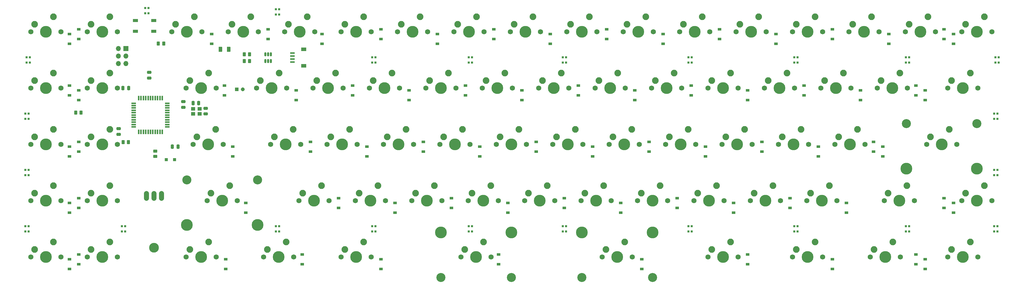
<source format=gbs>
%TF.GenerationSoftware,KiCad,Pcbnew,(6.0.0)*%
%TF.CreationDate,2022-08-07T21:57:51-07:00*%
%TF.ProjectId,IEE,4945452e-6b69-4636-9164-5f7063625858,rev?*%
%TF.SameCoordinates,Original*%
%TF.FileFunction,Soldermask,Bot*%
%TF.FilePolarity,Negative*%
%FSLAX46Y46*%
G04 Gerber Fmt 4.6, Leading zero omitted, Abs format (unit mm)*
G04 Created by KiCad (PCBNEW (6.0.0)) date 2022-08-07 21:57:51*
%MOMM*%
%LPD*%
G01*
G04 APERTURE LIST*
G04 Aperture macros list*
%AMRoundRect*
0 Rectangle with rounded corners*
0 $1 Rounding radius*
0 $2 $3 $4 $5 $6 $7 $8 $9 X,Y pos of 4 corners*
0 Add a 4 corners polygon primitive as box body*
4,1,4,$2,$3,$4,$5,$6,$7,$8,$9,$2,$3,0*
0 Add four circle primitives for the rounded corners*
1,1,$1+$1,$2,$3*
1,1,$1+$1,$4,$5*
1,1,$1+$1,$6,$7*
1,1,$1+$1,$8,$9*
0 Add four rect primitives between the rounded corners*
20,1,$1+$1,$2,$3,$4,$5,0*
20,1,$1+$1,$4,$5,$6,$7,0*
20,1,$1+$1,$6,$7,$8,$9,0*
20,1,$1+$1,$8,$9,$2,$3,0*%
G04 Aperture macros list end*
%ADD10C,1.308000*%
%ADD11R,1.308000X1.308000*%
%ADD12R,1.100000X1.100000*%
%ADD13C,1.750000*%
%ADD14C,3.987800*%
%ADD15C,2.250000*%
%ADD16RoundRect,0.250000X-0.450000X0.262500X-0.450000X-0.262500X0.450000X-0.262500X0.450000X0.262500X0*%
%ADD17O,1.676400X3.352800*%
%ADD18C,3.302000*%
%ADD19C,3.048000*%
%ADD20R,1.200000X0.900000*%
%ADD21RoundRect,0.250000X0.375000X0.625000X-0.375000X0.625000X-0.375000X-0.625000X0.375000X-0.625000X0*%
%ADD22R,0.700000X0.700000*%
%ADD23RoundRect,0.250000X-0.475000X0.250000X-0.475000X-0.250000X0.475000X-0.250000X0.475000X0.250000X0*%
%ADD24RoundRect,0.250000X-0.250000X-0.475000X0.250000X-0.475000X0.250000X0.475000X-0.250000X0.475000X0*%
%ADD25RoundRect,0.250000X0.262500X0.450000X-0.262500X0.450000X-0.262500X-0.450000X0.262500X-0.450000X0*%
%ADD26O,1.700000X1.700000*%
%ADD27R,1.700000X1.700000*%
%ADD28R,1.800000X1.200000*%
%ADD29R,1.550000X0.600000*%
%ADD30RoundRect,0.250000X0.475000X-0.250000X0.475000X0.250000X-0.475000X0.250000X-0.475000X-0.250000X0*%
%ADD31R,1.400000X1.200000*%
%ADD32RoundRect,0.250000X0.250000X0.475000X-0.250000X0.475000X-0.250000X-0.475000X0.250000X-0.475000X0*%
%ADD33R,1.800000X1.100000*%
%ADD34RoundRect,0.150000X0.150000X-0.512500X0.150000X0.512500X-0.150000X0.512500X-0.150000X-0.512500X0*%
%ADD35R,0.550000X1.500000*%
%ADD36R,1.500000X0.550000*%
%ADD37RoundRect,0.250000X-0.262500X-0.450000X0.262500X-0.450000X0.262500X0.450000X-0.262500X0.450000X0*%
G04 APERTURE END LIST*
D10*
%TO.C,J3*%
X66484375Y-19446875D03*
D11*
X64484375Y-19446875D03*
%TD*%
D12*
%TO.C,D75*%
X43468750Y-43259375D03*
X40668750Y-43259375D03*
%TD*%
D13*
%TO.C,MX13*%
X49688750Y-38100000D03*
X59848750Y-38100000D03*
D14*
X54768750Y-38100000D03*
D15*
X50958750Y-35560000D03*
X57308750Y-33020000D03*
%TD*%
D16*
%TO.C,R6*%
X36909375Y-40362500D03*
X36909375Y-42187500D03*
%TD*%
D17*
%TO.C,Q1*%
X33972500Y-55562500D03*
X36512500Y-55562500D03*
X39052500Y-55562500D03*
D18*
X36512500Y-73088500D03*
%TD*%
D13*
%TO.C,MX47*%
X209867500Y-57150000D03*
D14*
X204787500Y-57150000D03*
D13*
X199707500Y-57150000D03*
D15*
X200977500Y-54610000D03*
X207327500Y-52070000D03*
%TD*%
D14*
%TO.C,MX40*%
X171450000Y-19050000D03*
D13*
X166370000Y-19050000D03*
X176530000Y-19050000D03*
D15*
X167640000Y-16510000D03*
X173990000Y-13970000D03*
%TD*%
D13*
%TO.C,MX23*%
X105092500Y-38100000D03*
D14*
X100012500Y-38100000D03*
D13*
X94932500Y-38100000D03*
D15*
X96202500Y-35560000D03*
X102552500Y-33020000D03*
%TD*%
D13*
%TO.C,MX32*%
X128270000Y-19050000D03*
X138430000Y-19050000D03*
D14*
X133350000Y-19050000D03*
D15*
X129540000Y-16510000D03*
X135890000Y-13970000D03*
%TD*%
D13*
%TO.C,MX64*%
X261620000Y-19050000D03*
D14*
X266700000Y-19050000D03*
D13*
X271780000Y-19050000D03*
D15*
X262890000Y-16510000D03*
X269240000Y-13970000D03*
%TD*%
D13*
%TO.C,MX9*%
X24130000Y-57150000D03*
D14*
X19050000Y-57150000D03*
D13*
X13970000Y-57150000D03*
D15*
X15240000Y-54610000D03*
X21590000Y-52070000D03*
%TD*%
D19*
%TO.C,MX14*%
X71437500Y-50165000D03*
D13*
X54451250Y-57150000D03*
D14*
X71437500Y-65405000D03*
X59531250Y-57150000D03*
D19*
X47625000Y-50165000D03*
D14*
X47625000Y-65405000D03*
D13*
X64611250Y-57150000D03*
D15*
X55721250Y-54610000D03*
X62071250Y-52070000D03*
%TD*%
D13*
%TO.C,MX48*%
X194945000Y0D03*
X205105000Y0D03*
D14*
X200025000Y0D03*
D15*
X196215000Y2540000D03*
X202565000Y5080000D03*
%TD*%
D13*
%TO.C,MX72*%
X290195000Y0D03*
X300355000Y0D03*
D14*
X295275000Y0D03*
D15*
X291465000Y2540000D03*
X297815000Y5080000D03*
%TD*%
D13*
%TO.C,MX42*%
X190817500Y-57150000D03*
X180657500Y-57150000D03*
D14*
X185737500Y-57150000D03*
D15*
X181927500Y-54610000D03*
X188277500Y-52070000D03*
%TD*%
D13*
%TO.C,MX44*%
X175895000Y0D03*
D14*
X180975000Y0D03*
D13*
X186055000Y0D03*
D15*
X177165000Y2540000D03*
X183515000Y5080000D03*
%TD*%
D14*
%TO.C,MX73*%
X309562500Y-19050000D03*
D13*
X314642500Y-19050000D03*
X304482500Y-19050000D03*
D15*
X305752500Y-16510000D03*
X312102500Y-13970000D03*
%TD*%
D13*
%TO.C,MX1*%
X5080000Y0D03*
X-5080000Y0D03*
D14*
X0Y0D03*
D15*
X-3810000Y2540000D03*
X2540000Y5080000D03*
%TD*%
D13*
%TO.C,MX17*%
X81280000Y-19050000D03*
D14*
X76200000Y-19050000D03*
D13*
X71120000Y-19050000D03*
D15*
X72390000Y-16510000D03*
X78740000Y-13970000D03*
%TD*%
D13*
%TO.C,MX21*%
X80645000Y0D03*
X90805000Y0D03*
D14*
X85725000Y0D03*
D15*
X81915000Y2540000D03*
X88265000Y5080000D03*
%TD*%
D13*
%TO.C,MX57*%
X252095000Y-76200000D03*
D14*
X257175000Y-76200000D03*
D13*
X262255000Y-76200000D03*
D15*
X253365000Y-73660000D03*
X259715000Y-71120000D03*
%TD*%
D13*
%TO.C,MX60*%
X247332500Y-38100000D03*
X257492500Y-38100000D03*
D14*
X252412500Y-38100000D03*
D15*
X248602500Y-35560000D03*
X254952500Y-33020000D03*
%TD*%
D13*
%TO.C,MX15*%
X47307500Y-76200000D03*
D14*
X52387500Y-76200000D03*
D13*
X57467500Y-76200000D03*
D15*
X48577500Y-73660000D03*
X54927500Y-71120000D03*
%TD*%
D13*
%TO.C,MX16*%
X71755000Y0D03*
X61595000Y0D03*
D14*
X66675000Y0D03*
D15*
X62865000Y2540000D03*
X69215000Y5080000D03*
%TD*%
D14*
%TO.C,MX65*%
X271462500Y-38100000D03*
D13*
X276542500Y-38100000D03*
X266382500Y-38100000D03*
D15*
X267652500Y-35560000D03*
X274002500Y-33020000D03*
%TD*%
D13*
%TO.C,MX6*%
X13970000Y0D03*
D14*
X19050000Y0D03*
D13*
X24130000Y0D03*
D15*
X15240000Y2540000D03*
X21590000Y5080000D03*
%TD*%
D19*
%TO.C,MX43*%
X180975000Y-83185000D03*
D13*
X197961250Y-76200000D03*
X187801250Y-76200000D03*
D14*
X180975000Y-67945000D03*
D19*
X204787500Y-83185000D03*
D14*
X192881250Y-76200000D03*
X204787500Y-67945000D03*
D15*
X189071250Y-73660000D03*
X195421250Y-71120000D03*
%TD*%
D14*
%TO.C,MX52*%
X228600000Y-76200000D03*
D13*
X233680000Y-76200000D03*
X223520000Y-76200000D03*
D15*
X224790000Y-73660000D03*
X231140000Y-71120000D03*
%TD*%
D13*
%TO.C,MX8*%
X24130000Y-38100000D03*
D14*
X19050000Y-38100000D03*
D13*
X13970000Y-38100000D03*
D15*
X15240000Y-35560000D03*
X21590000Y-33020000D03*
%TD*%
D14*
%TO.C,MX4*%
X0Y-57150000D03*
D13*
X-5080000Y-57150000D03*
X5080000Y-57150000D03*
D15*
X-3810000Y-54610000D03*
X2540000Y-52070000D03*
%TD*%
D13*
%TO.C,MX30*%
X140176250Y-76200000D03*
D19*
X133350000Y-83185000D03*
X157162500Y-83185000D03*
D14*
X133350000Y-67945000D03*
X157162500Y-67945000D03*
D13*
X150336250Y-76200000D03*
D14*
X145256250Y-76200000D03*
D15*
X141446250Y-73660000D03*
X147796250Y-71120000D03*
%TD*%
D13*
%TO.C,MX53*%
X213995000Y0D03*
X224155000Y0D03*
D14*
X219075000Y0D03*
D15*
X215265000Y2540000D03*
X221615000Y5080000D03*
%TD*%
D13*
%TO.C,MX11*%
X52705000Y0D03*
D14*
X47625000Y0D03*
D13*
X42545000Y0D03*
D15*
X43815000Y2540000D03*
X50165000Y5080000D03*
%TD*%
D13*
%TO.C,MX41*%
X171132500Y-38100000D03*
D14*
X176212500Y-38100000D03*
D13*
X181292500Y-38100000D03*
D15*
X172402500Y-35560000D03*
X178752500Y-33020000D03*
%TD*%
D14*
%TO.C,MX5*%
X0Y-76200000D03*
D13*
X5080000Y-76200000D03*
X-5080000Y-76200000D03*
D15*
X-3810000Y-73660000D03*
X2540000Y-71120000D03*
%TD*%
D14*
%TO.C,MX68*%
X285750000Y-19050000D03*
D13*
X280670000Y-19050000D03*
X290830000Y-19050000D03*
D15*
X281940000Y-16510000D03*
X288290000Y-13970000D03*
%TD*%
D14*
%TO.C,MX37*%
X157162500Y-38100000D03*
D13*
X162242500Y-38100000D03*
X152082500Y-38100000D03*
D15*
X153352500Y-35560000D03*
X159702500Y-33020000D03*
%TD*%
D14*
%TO.C,MX25*%
X104775000Y-76200000D03*
D13*
X99695000Y-76200000D03*
X109855000Y-76200000D03*
D15*
X100965000Y-73660000D03*
X107315000Y-71120000D03*
%TD*%
D14*
%TO.C,MX7*%
X19050000Y-19050000D03*
D13*
X13970000Y-19050000D03*
X24130000Y-19050000D03*
D15*
X15240000Y-16510000D03*
X21590000Y-13970000D03*
%TD*%
D13*
%TO.C,MX33*%
X133032500Y-38100000D03*
X143192500Y-38100000D03*
D14*
X138112500Y-38100000D03*
D15*
X134302500Y-35560000D03*
X140652500Y-33020000D03*
%TD*%
D13*
%TO.C,MX35*%
X147955000Y0D03*
D14*
X142875000Y0D03*
D13*
X137795000Y0D03*
D15*
X139065000Y2540000D03*
X145415000Y5080000D03*
%TD*%
D13*
%TO.C,MX22*%
X100330000Y-19050000D03*
X90170000Y-19050000D03*
D14*
X95250000Y-19050000D03*
D15*
X91440000Y-16510000D03*
X97790000Y-13970000D03*
%TD*%
D13*
%TO.C,MX66*%
X283051250Y-57150000D03*
D14*
X288131250Y-57150000D03*
D13*
X293211250Y-57150000D03*
D15*
X284321250Y-54610000D03*
X290671250Y-52070000D03*
%TD*%
D13*
%TO.C,MX58*%
X233045000Y0D03*
D14*
X238125000Y0D03*
D13*
X243205000Y0D03*
D15*
X234315000Y2540000D03*
X240665000Y5080000D03*
%TD*%
D14*
%TO.C,MX63*%
X257175000Y0D03*
D13*
X252095000Y0D03*
X262255000Y0D03*
D15*
X253365000Y2540000D03*
X259715000Y5080000D03*
%TD*%
D14*
%TO.C,MX71*%
X309562500Y-76200000D03*
D13*
X314642500Y-76200000D03*
X304482500Y-76200000D03*
D15*
X305752500Y-73660000D03*
X312102500Y-71120000D03*
%TD*%
D13*
%TO.C,MX34*%
X152717500Y-57150000D03*
X142557500Y-57150000D03*
D14*
X147637500Y-57150000D03*
D15*
X143827500Y-54610000D03*
X150177500Y-52070000D03*
%TD*%
D13*
%TO.C,MX18*%
X75882500Y-38100000D03*
X86042500Y-38100000D03*
D14*
X80962500Y-38100000D03*
D15*
X77152500Y-35560000D03*
X83502500Y-33020000D03*
%TD*%
D14*
%TO.C,MX55*%
X233362500Y-38100000D03*
D13*
X228282500Y-38100000D03*
X238442500Y-38100000D03*
D15*
X229552500Y-35560000D03*
X235902500Y-33020000D03*
%TD*%
D14*
%TO.C,MX28*%
X119062500Y-38100000D03*
D13*
X113982500Y-38100000D03*
X124142500Y-38100000D03*
D15*
X115252500Y-35560000D03*
X121602500Y-33020000D03*
%TD*%
D14*
%TO.C,MX46*%
X195262500Y-38100000D03*
D13*
X190182500Y-38100000D03*
X200342500Y-38100000D03*
D15*
X191452500Y-35560000D03*
X197802500Y-33020000D03*
%TD*%
D14*
%TO.C,MX36*%
X152400000Y-19050000D03*
D13*
X157480000Y-19050000D03*
X147320000Y-19050000D03*
D15*
X148590000Y-16510000D03*
X154940000Y-13970000D03*
%TD*%
D13*
%TO.C,MX54*%
X233680000Y-19050000D03*
D14*
X228600000Y-19050000D03*
D13*
X223520000Y-19050000D03*
D15*
X224790000Y-16510000D03*
X231140000Y-13970000D03*
%TD*%
D13*
%TO.C,MX56*%
X247967500Y-57150000D03*
D14*
X242887500Y-57150000D03*
D13*
X237807500Y-57150000D03*
D15*
X239077500Y-54610000D03*
X245427500Y-52070000D03*
%TD*%
D13*
%TO.C,MX61*%
X267017500Y-57150000D03*
D14*
X261937500Y-57150000D03*
D13*
X256857500Y-57150000D03*
D15*
X258127500Y-54610000D03*
X264477500Y-52070000D03*
%TD*%
D13*
%TO.C,MX3*%
X-5080000Y-38100000D03*
D14*
X0Y-38100000D03*
D13*
X5080000Y-38100000D03*
D15*
X-3810000Y-35560000D03*
X2540000Y-33020000D03*
%TD*%
D14*
%TO.C,MX62*%
X283368750Y-76200000D03*
D13*
X278288750Y-76200000D03*
X288448750Y-76200000D03*
D15*
X279558750Y-73660000D03*
X285908750Y-71120000D03*
%TD*%
D14*
%TO.C,MX50*%
X214312500Y-38100000D03*
D13*
X209232500Y-38100000D03*
X219392500Y-38100000D03*
D15*
X210502500Y-35560000D03*
X216852500Y-33020000D03*
%TD*%
D13*
%TO.C,MX74*%
X309245000Y0D03*
X319405000Y0D03*
D14*
X314325000Y0D03*
D15*
X310515000Y2540000D03*
X316865000Y5080000D03*
%TD*%
D14*
%TO.C,MX26*%
X104775000Y0D03*
D13*
X99695000Y0D03*
X109855000Y0D03*
D15*
X100965000Y2540000D03*
X107315000Y5080000D03*
%TD*%
D13*
%TO.C,MX59*%
X252730000Y-19050000D03*
D14*
X247650000Y-19050000D03*
D13*
X242570000Y-19050000D03*
D15*
X243840000Y-16510000D03*
X250190000Y-13970000D03*
%TD*%
D13*
%TO.C,MX24*%
X104457500Y-57150000D03*
D14*
X109537500Y-57150000D03*
D13*
X114617500Y-57150000D03*
D15*
X105727500Y-54610000D03*
X112077500Y-52070000D03*
%TD*%
D13*
%TO.C,MX45*%
X185420000Y-19050000D03*
X195580000Y-19050000D03*
D14*
X190500000Y-19050000D03*
D15*
X186690000Y-16510000D03*
X193040000Y-13970000D03*
%TD*%
D14*
%TO.C,MX69*%
X314325000Y-46355000D03*
X302418750Y-38100000D03*
X290512500Y-46355000D03*
D19*
X290512500Y-31115000D03*
D13*
X297338750Y-38100000D03*
D19*
X314325000Y-31115000D03*
D13*
X307498750Y-38100000D03*
D15*
X298608750Y-35560000D03*
X304958750Y-33020000D03*
%TD*%
D14*
%TO.C,MX70*%
X314325000Y-57150000D03*
D13*
X319405000Y-57150000D03*
X309245000Y-57150000D03*
D15*
X310515000Y-54610000D03*
X316865000Y-52070000D03*
%TD*%
D14*
%TO.C,MX29*%
X128587500Y-57150000D03*
D13*
X123507500Y-57150000D03*
X133667500Y-57150000D03*
D15*
X124777500Y-54610000D03*
X131127500Y-52070000D03*
%TD*%
D13*
%TO.C,MX12*%
X57467500Y-19050000D03*
X47307500Y-19050000D03*
D14*
X52387500Y-19050000D03*
D15*
X48577500Y-16510000D03*
X54927500Y-13970000D03*
%TD*%
D14*
%TO.C,MX38*%
X166687500Y-57150000D03*
D13*
X171767500Y-57150000D03*
X161607500Y-57150000D03*
D15*
X162877500Y-54610000D03*
X169227500Y-52070000D03*
%TD*%
D13*
%TO.C,MX2*%
X-5080000Y-19050000D03*
X5080000Y-19050000D03*
D14*
X0Y-19050000D03*
D15*
X-3810000Y-16510000D03*
X2540000Y-13970000D03*
%TD*%
D14*
%TO.C,MX10*%
X19050000Y-76200000D03*
D13*
X13970000Y-76200000D03*
X24130000Y-76200000D03*
D15*
X15240000Y-73660000D03*
X21590000Y-71120000D03*
%TD*%
D14*
%TO.C,MX31*%
X123825000Y0D03*
D13*
X118745000Y0D03*
X128905000Y0D03*
D15*
X120015000Y2540000D03*
X126365000Y5080000D03*
%TD*%
D13*
%TO.C,MX51*%
X218757500Y-57150000D03*
D14*
X223837500Y-57150000D03*
D13*
X228917500Y-57150000D03*
D15*
X220027500Y-54610000D03*
X226377500Y-52070000D03*
%TD*%
D13*
%TO.C,MX19*%
X95567500Y-57150000D03*
X85407500Y-57150000D03*
D14*
X90487500Y-57150000D03*
D15*
X86677500Y-54610000D03*
X93027500Y-52070000D03*
%TD*%
D14*
%TO.C,MX27*%
X114300000Y-19050000D03*
D13*
X109220000Y-19050000D03*
X119380000Y-19050000D03*
D15*
X110490000Y-16510000D03*
X116840000Y-13970000D03*
%TD*%
D13*
%TO.C,MX39*%
X167005000Y0D03*
D14*
X161925000Y0D03*
D13*
X156845000Y0D03*
D15*
X158115000Y2540000D03*
X164465000Y5080000D03*
%TD*%
D14*
%TO.C,MX67*%
X276225000Y0D03*
D13*
X281305000Y0D03*
X271145000Y0D03*
D15*
X272415000Y2540000D03*
X278765000Y5080000D03*
%TD*%
D13*
%TO.C,MX49*%
X204470000Y-19050000D03*
D14*
X209550000Y-19050000D03*
D13*
X214630000Y-19050000D03*
D15*
X205740000Y-16510000D03*
X212090000Y-13970000D03*
%TD*%
D14*
%TO.C,MX20*%
X78581250Y-76200000D03*
D13*
X73501250Y-76200000D03*
X83661250Y-76200000D03*
D15*
X74771250Y-73660000D03*
X81121250Y-71120000D03*
%TD*%
D20*
%TO.C,D54*%
X236934375Y-23081250D03*
X236934375Y-19781250D03*
%TD*%
D21*
%TO.C,F1*%
X61725000Y-5953125D03*
X58925000Y-5953125D03*
%TD*%
D22*
%TO.C,U25*%
X290359375Y-8610000D03*
X291459375Y-8610000D03*
X291459375Y-10440000D03*
X290359375Y-10440000D03*
%TD*%
%TO.C,U23*%
X33581250Y8058750D03*
X34681250Y8058750D03*
X34681250Y6228750D03*
X33581250Y6228750D03*
%TD*%
D20*
%TO.C,D10*%
X11112500Y-78643750D03*
X11112500Y-75343750D03*
%TD*%
D22*
%TO.C,U11*%
X174471875Y-8610000D03*
X175571875Y-8610000D03*
X175571875Y-10440000D03*
X174471875Y-10440000D03*
%TD*%
D20*
%TO.C,D28*%
X127396875Y-40543750D03*
X127396875Y-37243750D03*
%TD*%
%TO.C,D61*%
X270271875Y-61181250D03*
X270271875Y-57881250D03*
%TD*%
D23*
%TO.C,C1*%
X53975000Y-25881250D03*
X53975000Y-27781250D03*
%TD*%
D20*
%TO.C,D48*%
X208359375Y-4031250D03*
X208359375Y-731250D03*
%TD*%
D22*
%TO.C,U8*%
X216937500Y-8610000D03*
X218037500Y-8610000D03*
X218037500Y-10440000D03*
X216937500Y-10440000D03*
%TD*%
%TO.C,U12*%
X25643750Y-65760000D03*
X26743750Y-65760000D03*
X26743750Y-67590000D03*
X25643750Y-67590000D03*
%TD*%
D20*
%TO.C,D71*%
X296862500Y-80231250D03*
X296862500Y-76931250D03*
%TD*%
D22*
%TO.C,U14*%
X142721875Y-8610000D03*
X143821875Y-8610000D03*
X143821875Y-10440000D03*
X142721875Y-10440000D03*
%TD*%
D20*
%TO.C,D11*%
X55959375Y-4031250D03*
X55959375Y-731250D03*
%TD*%
%TO.C,D35*%
X151209375Y-2443750D03*
X151209375Y856250D03*
%TD*%
%TO.C,D74*%
X306387500Y-4031250D03*
X306387500Y-731250D03*
%TD*%
%TO.C,D58*%
X246459375Y-4031250D03*
X246459375Y-731250D03*
%TD*%
%TO.C,D25*%
X113109375Y-80231250D03*
X113109375Y-76931250D03*
%TD*%
%TO.C,D60*%
X260746875Y-42131250D03*
X260746875Y-38831250D03*
%TD*%
%TO.C,D59*%
X255984375Y-21493750D03*
X255984375Y-18193750D03*
%TD*%
%TO.C,D14*%
X67468750Y-61181250D03*
X67468750Y-57881250D03*
%TD*%
%TO.C,D33*%
X146446875Y-42131250D03*
X146446875Y-38831250D03*
%TD*%
%TO.C,D13*%
X63103125Y-42131250D03*
X63103125Y-38831250D03*
%TD*%
D24*
%TO.C,C5*%
X42706250Y-38893750D03*
X44606250Y-38893750D03*
%TD*%
D20*
%TO.C,D70*%
X306387500Y-61181250D03*
X306387500Y-57881250D03*
%TD*%
D25*
%TO.C,R4*%
X27900000Y-37306250D03*
X26075000Y-37306250D03*
%TD*%
D20*
%TO.C,D1*%
X7937500Y-4031250D03*
X7937500Y-731250D03*
%TD*%
%TO.C,D3*%
X7937500Y-42131250D03*
X7937500Y-38831250D03*
%TD*%
%TO.C,D41*%
X184546875Y-42131250D03*
X184546875Y-38831250D03*
%TD*%
%TO.C,D37*%
X165496875Y-40543750D03*
X165496875Y-37243750D03*
%TD*%
D22*
%TO.C,U6*%
X-6900000Y-46710000D03*
X-5800000Y-46710000D03*
X-5800000Y-48540000D03*
X-6900000Y-48540000D03*
%TD*%
%TO.C,U13*%
X320125000Y-65760000D03*
X321225000Y-65760000D03*
X321225000Y-67590000D03*
X320125000Y-67590000D03*
%TD*%
D20*
%TO.C,D2*%
X7937500Y-21493750D03*
X7937500Y-18193750D03*
%TD*%
%TO.C,D6*%
X11112500Y-2443750D03*
X11112500Y856250D03*
%TD*%
%TO.C,D36*%
X160734375Y-23081250D03*
X160734375Y-19781250D03*
%TD*%
%TO.C,D65*%
X279400000Y-40543750D03*
X279400000Y-37243750D03*
%TD*%
%TO.C,D8*%
X11112500Y-40543750D03*
X11112500Y-37243750D03*
%TD*%
%TO.C,D45*%
X198834375Y-23081250D03*
X198834375Y-19781250D03*
%TD*%
D22*
%TO.C,U3*%
X-6900000Y-27660000D03*
X-5800000Y-27660000D03*
X-5800000Y-29490000D03*
X-6900000Y-29490000D03*
%TD*%
D20*
%TO.C,D18*%
X89296875Y-40543750D03*
X89296875Y-37243750D03*
%TD*%
D26*
%TO.C,J2*%
X24447500Y-10715625D03*
X26987500Y-10715625D03*
X24447500Y-8175625D03*
X26987500Y-8175625D03*
X24447500Y-5635625D03*
D27*
X26987500Y-5635625D03*
%TD*%
D20*
%TO.C,D16*%
X75009375Y-2443750D03*
X75009375Y856250D03*
%TD*%
D28*
%TO.C,J1*%
X87078125Y-11531250D03*
X87078125Y-5931250D03*
D29*
X83203125Y-7231250D03*
X83203125Y-8231250D03*
X83203125Y-9231250D03*
X83203125Y-10231250D03*
%TD*%
D20*
%TO.C,D31*%
X132159375Y-4031250D03*
X132159375Y-731250D03*
%TD*%
%TO.C,D26*%
X113109375Y-2443750D03*
X113109375Y856250D03*
%TD*%
%TO.C,D20*%
X86518750Y-78643750D03*
X86518750Y-75343750D03*
%TD*%
%TO.C,D69*%
X282575000Y-42131250D03*
X282575000Y-38831250D03*
%TD*%
D22*
%TO.C,U18*%
X110178125Y-65760000D03*
X111278125Y-65760000D03*
X111278125Y-67590000D03*
X110178125Y-67590000D03*
%TD*%
D23*
%TO.C,C6*%
X46434375Y-23656250D03*
X46434375Y-25556250D03*
%TD*%
D22*
%TO.C,U4*%
X216937500Y-65760000D03*
X218037500Y-65760000D03*
X218037500Y-67590000D03*
X216937500Y-67590000D03*
%TD*%
%TO.C,U9*%
X-6900000Y-65760000D03*
X-5800000Y-65760000D03*
X-5800000Y-67590000D03*
X-6900000Y-67590000D03*
%TD*%
%TO.C,U22*%
X320521875Y-8610000D03*
X321621875Y-8610000D03*
X321621875Y-10440000D03*
X320521875Y-10440000D03*
%TD*%
D20*
%TO.C,D44*%
X189309375Y-2443750D03*
X189309375Y856250D03*
%TD*%
%TO.C,D15*%
X60721875Y-80231250D03*
X60721875Y-76931250D03*
%TD*%
%TO.C,D53*%
X227409375Y-2443750D03*
X227409375Y856250D03*
%TD*%
D30*
%TO.C,C3*%
X24606250Y-34684375D03*
X24606250Y-32784375D03*
%TD*%
D20*
%TO.C,D51*%
X232171875Y-61181250D03*
X232171875Y-57881250D03*
%TD*%
%TO.C,D24*%
X117871875Y-61181250D03*
X117871875Y-57881250D03*
%TD*%
%TO.C,D30*%
X152796875Y-78643750D03*
X152796875Y-75343750D03*
%TD*%
%TO.C,D49*%
X217884375Y-21493750D03*
X217884375Y-18193750D03*
%TD*%
D31*
%TO.C,Y1*%
X51900000Y-27781250D03*
X49700000Y-27781250D03*
X49700000Y-26081250D03*
X51900000Y-26081250D03*
%TD*%
D20*
%TO.C,D62*%
X293687500Y-78643750D03*
X293687500Y-75343750D03*
%TD*%
D22*
%TO.C,U26*%
X-6503125Y-8610000D03*
X-5403125Y-8610000D03*
X-5403125Y-10440000D03*
X-6503125Y-10440000D03*
%TD*%
D20*
%TO.C,D32*%
X141684375Y-21493750D03*
X141684375Y-18193750D03*
%TD*%
%TO.C,D22*%
X103584375Y-21493750D03*
X103584375Y-18193750D03*
%TD*%
D22*
%TO.C,U19*%
X320125000Y-27660000D03*
X321225000Y-27660000D03*
X321225000Y-29490000D03*
X320125000Y-29490000D03*
%TD*%
D20*
%TO.C,D57*%
X265509375Y-80231250D03*
X265509375Y-76931250D03*
%TD*%
%TO.C,D23*%
X108346875Y-42131250D03*
X108346875Y-38831250D03*
%TD*%
%TO.C,D63*%
X265509375Y-2443750D03*
X265509375Y856250D03*
%TD*%
%TO.C,D55*%
X241696875Y-40543750D03*
X241696875Y-37243750D03*
%TD*%
%TO.C,D17*%
X84534375Y-23081250D03*
X84534375Y-19781250D03*
%TD*%
%TO.C,D68*%
X293687500Y-21493750D03*
X293687500Y-18193750D03*
%TD*%
%TO.C,D38*%
X175021875Y-59593750D03*
X175021875Y-56293750D03*
%TD*%
D23*
%TO.C,C4*%
X34925000Y-13734375D03*
X34925000Y-15634375D03*
%TD*%
D20*
%TO.C,D7*%
X11112500Y-23081250D03*
X11112500Y-19781250D03*
%TD*%
%TO.C,D40*%
X179784375Y-21493750D03*
X179784375Y-18193750D03*
%TD*%
%TO.C,D29*%
X136921875Y-59593750D03*
X136921875Y-56293750D03*
%TD*%
%TO.C,D12*%
X60325000Y-21493750D03*
X60325000Y-18193750D03*
%TD*%
D22*
%TO.C,U15*%
X77634375Y-65760000D03*
X78734375Y-65760000D03*
X78734375Y-67590000D03*
X77634375Y-67590000D03*
%TD*%
D20*
%TO.C,D66*%
X303212500Y-59593750D03*
X303212500Y-56293750D03*
%TD*%
%TO.C,D27*%
X122634375Y-23081250D03*
X122634375Y-19781250D03*
%TD*%
D32*
%TO.C,C7*%
X27937500Y-19050000D03*
X26037500Y-19050000D03*
%TD*%
D25*
%TO.C,R5*%
X11906250Y-27378125D03*
X10081250Y-27378125D03*
%TD*%
D20*
%TO.C,D72*%
X303212500Y-2443750D03*
X303212500Y856250D03*
%TD*%
D22*
%TO.C,U17*%
X110178125Y-8610000D03*
X111278125Y-8610000D03*
X111278125Y-10440000D03*
X110178125Y-10440000D03*
%TD*%
%TO.C,U24*%
X174471875Y-65760000D03*
X175571875Y-65760000D03*
X175571875Y-67590000D03*
X174471875Y-67590000D03*
%TD*%
D20*
%TO.C,D47*%
X213121875Y-59593750D03*
X213121875Y-56293750D03*
%TD*%
%TO.C,D5*%
X7937500Y-80231250D03*
X7937500Y-76931250D03*
%TD*%
D22*
%TO.C,U20*%
X77634375Y7661875D03*
X78734375Y7661875D03*
X78734375Y5831875D03*
X77634375Y5831875D03*
%TD*%
%TO.C,U16*%
X320125000Y-46710000D03*
X321225000Y-46710000D03*
X321225000Y-48540000D03*
X320125000Y-48540000D03*
%TD*%
D33*
%TO.C,SW1*%
X30237500Y134375D03*
X36437500Y3834375D03*
X30237500Y3834375D03*
X36437500Y134375D03*
%TD*%
D20*
%TO.C,D4*%
X7937500Y-61181250D03*
X7937500Y-57881250D03*
%TD*%
%TO.C,D64*%
X275034375Y-23081250D03*
X275034375Y-19781250D03*
%TD*%
%TO.C,D39*%
X170259375Y-4031250D03*
X170259375Y-731250D03*
%TD*%
D22*
%TO.C,U7*%
X252656250Y-65760000D03*
X253756250Y-65760000D03*
X253756250Y-67590000D03*
X252656250Y-67590000D03*
%TD*%
D20*
%TO.C,D9*%
X11112500Y-59593750D03*
X11112500Y-56293750D03*
%TD*%
D32*
%TO.C,C2*%
X51600000Y-24153125D03*
X49700000Y-24153125D03*
%TD*%
D20*
%TO.C,D42*%
X194071875Y-61181250D03*
X194071875Y-57881250D03*
%TD*%
D22*
%TO.C,U21*%
X142721875Y-65760000D03*
X143821875Y-65760000D03*
X143821875Y-67590000D03*
X142721875Y-67590000D03*
%TD*%
D20*
%TO.C,D56*%
X251221875Y-59593750D03*
X251221875Y-56293750D03*
%TD*%
%TO.C,D73*%
X296862500Y-23081250D03*
X296862500Y-19781250D03*
%TD*%
%TO.C,D43*%
X201215625Y-80231250D03*
X201215625Y-76931250D03*
%TD*%
%TO.C,D46*%
X203596875Y-40543750D03*
X203596875Y-37243750D03*
%TD*%
%TO.C,D67*%
X284559375Y-4031250D03*
X284559375Y-731250D03*
%TD*%
D25*
%TO.C,R1*%
X68778125Y-9868750D03*
X66953125Y-9868750D03*
%TD*%
D22*
%TO.C,U5*%
X252656250Y-8610000D03*
X253756250Y-8610000D03*
X253756250Y-10440000D03*
X252656250Y-10440000D03*
%TD*%
D25*
%TO.C,R2*%
X68778125Y-7593750D03*
X66953125Y-7593750D03*
%TD*%
D20*
%TO.C,D50*%
X222646875Y-42131250D03*
X222646875Y-38831250D03*
%TD*%
%TO.C,D34*%
X155971875Y-61181250D03*
X155971875Y-57881250D03*
%TD*%
%TO.C,D21*%
X93265625Y-4031250D03*
X93265625Y-731250D03*
%TD*%
D34*
%TO.C,U2*%
X75959375Y-9868750D03*
X75009375Y-9868750D03*
X74059375Y-9868750D03*
X74059375Y-7593750D03*
X75009375Y-7593750D03*
X75959375Y-7593750D03*
%TD*%
D35*
%TO.C,U1*%
X31321875Y-22478125D03*
X32121875Y-22478125D03*
X32921875Y-22478125D03*
X33721875Y-22478125D03*
X34521875Y-22478125D03*
X35321875Y-22478125D03*
X36121875Y-22478125D03*
X36921875Y-22478125D03*
X37721875Y-22478125D03*
X38521875Y-22478125D03*
X39321875Y-22478125D03*
D36*
X41021875Y-24178125D03*
X41021875Y-24978125D03*
X41021875Y-25778125D03*
X41021875Y-26578125D03*
X41021875Y-27378125D03*
X41021875Y-28178125D03*
X41021875Y-28978125D03*
X41021875Y-29778125D03*
X41021875Y-30578125D03*
X41021875Y-31378125D03*
X41021875Y-32178125D03*
D35*
X39321875Y-33878125D03*
X38521875Y-33878125D03*
X37721875Y-33878125D03*
X36921875Y-33878125D03*
X36121875Y-33878125D03*
X35321875Y-33878125D03*
X34521875Y-33878125D03*
X33721875Y-33878125D03*
X32921875Y-33878125D03*
X32121875Y-33878125D03*
X31321875Y-33878125D03*
D36*
X29621875Y-32178125D03*
X29621875Y-31378125D03*
X29621875Y-30578125D03*
X29621875Y-29778125D03*
X29621875Y-28978125D03*
X29621875Y-28178125D03*
X29621875Y-27378125D03*
X29621875Y-26578125D03*
X29621875Y-25778125D03*
X29621875Y-24978125D03*
X29621875Y-24178125D03*
%TD*%
D20*
%TO.C,D52*%
X236934375Y-78643750D03*
X236934375Y-75343750D03*
%TD*%
D22*
%TO.C,U10*%
X290359375Y-65760000D03*
X291459375Y-65760000D03*
X291459375Y-67590000D03*
X290359375Y-67590000D03*
%TD*%
D37*
%TO.C,R3*%
X37981250Y-3968750D03*
X39806250Y-3968750D03*
%TD*%
D20*
%TO.C,D19*%
X98821875Y-59593750D03*
X98821875Y-56293750D03*
%TD*%
M02*

</source>
